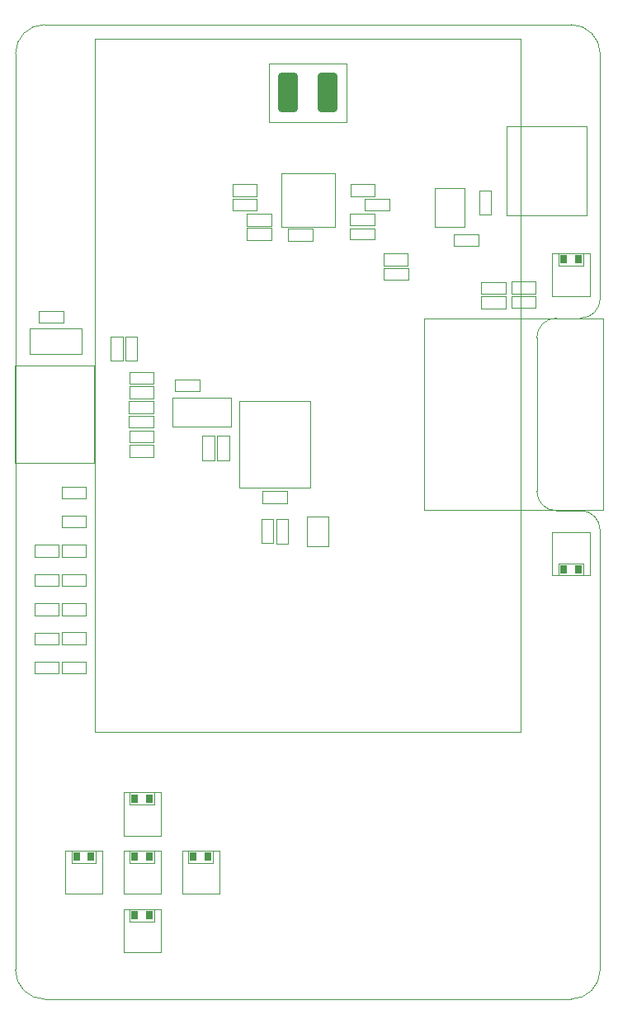
<source format=gbp>
G04*
G04 #@! TF.GenerationSoftware,Altium Limited,Altium Designer,22.10.1 (41)*
G04*
G04 Layer_Color=128*
%FSLAX44Y44*%
%MOMM*%
G71*
G04*
G04 #@! TF.SameCoordinates,9034F27D-8993-4B38-BF2F-AE75C4F05548*
G04*
G04*
G04 #@! TF.FilePolarity,Positive*
G04*
G01*
G75*
%ADD11C,0.1000*%
G04:AMPARAMS|DCode=13|XSize=0.7mm|YSize=0.9mm|CornerRadius=0.0875mm|HoleSize=0mm|Usage=FLASHONLY|Rotation=0.000|XOffset=0mm|YOffset=0mm|HoleType=Round|Shape=RoundedRectangle|*
%AMROUNDEDRECTD13*
21,1,0.7000,0.7250,0,0,0.0*
21,1,0.5250,0.9000,0,0,0.0*
1,1,0.1750,0.2625,-0.3625*
1,1,0.1750,-0.2625,-0.3625*
1,1,0.1750,-0.2625,0.3625*
1,1,0.1750,0.2625,0.3625*
%
%ADD13ROUNDEDRECTD13*%
G04:AMPARAMS|DCode=66|XSize=2mm|YSize=4mm|CornerRadius=0.25mm|HoleSize=0mm|Usage=FLASHONLY|Rotation=0.000|XOffset=0mm|YOffset=0mm|HoleType=Round|Shape=RoundedRectangle|*
%AMROUNDEDRECTD66*
21,1,2.0000,3.5000,0,0,0.0*
21,1,1.5000,4.0000,0,0,0.0*
1,1,0.5000,0.7500,-1.7500*
1,1,0.5000,-0.7500,-1.7500*
1,1,0.5000,-0.7500,1.7500*
1,1,0.5000,0.7500,1.7500*
%
%ADD66ROUNDEDRECTD66*%
D11*
X535000Y521250D02*
G03*
X555000Y501250I20000J0D01*
G01*
X555000Y698750D02*
G03*
X535000Y678750I0J-20000D01*
G01*
X600000Y481250D02*
G03*
X580000Y501250I-20000J0D01*
G01*
X580000Y698750D02*
G03*
X600000Y718750I0J20000D01*
G01*
X600000Y970000D02*
G03*
X570000Y1000000I-30000J0D01*
G01*
Y0D02*
G03*
X600000Y30000I0J30000D01*
G01*
X30000Y1000000D02*
G03*
X0Y970000I0J-30000D01*
G01*
Y30000D02*
G03*
X30000Y0I30000J0D01*
G01*
X535000Y521250D02*
Y678750D01*
X535000D01*
X555000Y501250D02*
X580000D01*
X555000Y698750D02*
X580000D01*
X600000Y30000D02*
Y481250D01*
X600000D01*
X600000Y718750D02*
Y970000D01*
X0Y30000D02*
Y970000D01*
X30000Y0D02*
X570000D01*
X30000Y1000000D02*
X570000D01*
X47373Y513872D02*
X72500D01*
X47373Y526001D02*
X72500D01*
Y513872D02*
Y526001D01*
X47373Y513872D02*
Y526001D01*
X19310Y453809D02*
Y466001D01*
X44500Y453809D02*
Y466001D01*
X19310D02*
X44500D01*
X19310Y453809D02*
X44500D01*
X19310Y423809D02*
Y436001D01*
X44500Y423809D02*
Y436001D01*
X19310D02*
X44500D01*
X19310Y423809D02*
X44500D01*
X19310Y393809D02*
Y406001D01*
X44500Y393809D02*
Y406001D01*
X19310D02*
X44500D01*
X19310Y393809D02*
X44500D01*
X44691Y333999D02*
Y346191D01*
X19500Y333999D02*
Y346191D01*
Y333999D02*
X44691D01*
X19500Y346191D02*
X44691D01*
Y363999D02*
Y376191D01*
X19500Y363999D02*
Y376191D01*
Y363999D02*
X44691D01*
X19500Y376191D02*
X44691D01*
X419310Y698316D02*
X603000D01*
X419310Y501875D02*
X603000D01*
Y698316D01*
X419310Y501875D02*
Y698316D01*
X488128Y804873D02*
Y830000D01*
X475999Y804873D02*
Y830000D01*
X488128D01*
X475999Y804873D02*
X488128D01*
X343400Y806128D02*
X368527D01*
X343400Y793999D02*
X368527D01*
X343400D02*
Y806128D01*
X368527Y793999D02*
Y806128D01*
X343400Y779500D02*
X368400D01*
X343400Y790500D02*
X368400D01*
Y779500D02*
Y790500D01*
X343400Y779500D02*
Y790500D01*
X378191Y750223D02*
X403127D01*
X378191Y737999D02*
X403127D01*
X378191D02*
Y750223D01*
X403127Y737999D02*
Y750223D01*
X237691Y791223D02*
X262627D01*
X237691Y778999D02*
X262627D01*
X237691D02*
Y791223D01*
X262627Y778999D02*
Y791223D01*
X47373Y453777D02*
Y466001D01*
X72309Y453777D02*
Y466001D01*
X47373D02*
X72309D01*
X47373Y453777D02*
X72309D01*
X47373Y393777D02*
Y406001D01*
X72309Y393777D02*
Y406001D01*
X47373D02*
X72309D01*
X47373Y393777D02*
X72309D01*
X327500Y792500D02*
Y847500D01*
X272500Y792500D02*
Y847500D01*
Y792500D02*
X327500D01*
X272500Y847500D02*
X327500D01*
X260000Y900000D02*
Y960000D01*
X340000Y900000D02*
Y960000D01*
X260000Y900000D02*
X340000D01*
X260000Y960000D02*
X340000D01*
X81500Y274500D02*
X518500D01*
X81500Y985500D02*
X518500D01*
X81500Y274500D02*
Y985500D01*
X518500Y274500D02*
Y985500D01*
X47373Y483777D02*
Y496001D01*
X72309Y483777D02*
Y496001D01*
X47373D02*
X72309D01*
X47373Y483777D02*
X72309D01*
X582627Y434872D02*
Y447001D01*
X557500Y434872D02*
Y447001D01*
X582627D01*
X557500Y434872D02*
X582627D01*
Y752872D02*
Y765001D01*
X557500Y752872D02*
Y765001D01*
X582627D01*
X557500Y752872D02*
X582627D01*
X229750Y525095D02*
X302500D01*
X229750Y614095D02*
X302500D01*
X229750Y525095D02*
Y614095D01*
X302500Y525095D02*
Y614095D01*
X189127Y623999D02*
Y636128D01*
X164000Y623999D02*
Y636128D01*
Y623999D02*
X189127D01*
X164000Y636128D02*
X189127D01*
X299000Y464500D02*
Y495500D01*
X321000Y464500D02*
Y495500D01*
X299000D02*
X321000D01*
X299000Y464500D02*
X321000D01*
X97999Y655000D02*
X110000D01*
X97999Y680000D02*
X110000D01*
X97999Y655000D02*
Y680000D01*
X110000Y655000D02*
Y680000D01*
X279873Y778372D02*
Y790501D01*
X305000Y778372D02*
Y790501D01*
X279873D02*
X305000D01*
X279873Y778372D02*
X305000D01*
X262627Y793499D02*
Y805628D01*
X237500Y793499D02*
Y805628D01*
Y793499D02*
X262627D01*
X237500Y805628D02*
X262627D01*
X449873Y772622D02*
Y784751D01*
X475000Y772622D02*
Y784751D01*
X449873D02*
X475000D01*
X449873Y772622D02*
X475000D01*
X82627Y139872D02*
Y152001D01*
X57500Y139872D02*
Y152001D01*
X82627D01*
X57500Y139872D02*
X82627D01*
X202627D02*
Y152001D01*
X177500Y139872D02*
Y152001D01*
X202627D01*
X177500Y139872D02*
X202627D01*
X142627D02*
Y152001D01*
X117500Y139872D02*
Y152001D01*
X142627D01*
X117500Y139872D02*
X142627D01*
Y199872D02*
Y212001D01*
X117500Y199872D02*
Y212001D01*
X142627D01*
X117500Y199872D02*
X142627D01*
Y79872D02*
Y92001D01*
X117500Y79872D02*
Y92001D01*
X142627D01*
X117500Y79872D02*
X142627D01*
X206999Y552643D02*
X219128D01*
X206999Y577770D02*
X219128D01*
X206999Y552643D02*
Y577770D01*
X219128Y552643D02*
Y577770D01*
X191999Y552643D02*
X204128D01*
X191999Y577770D02*
X204128D01*
X191999Y552643D02*
Y577770D01*
X204128Y552643D02*
Y577770D01*
X533927Y723999D02*
Y736128D01*
X508800Y723999D02*
Y736128D01*
Y723999D02*
X533927D01*
X508800Y736128D02*
X533927D01*
Y708999D02*
Y721128D01*
X508800Y708999D02*
Y721128D01*
Y708999D02*
X533927D01*
X508800Y721128D02*
X533927D01*
X477973Y708872D02*
Y721001D01*
X503100Y708872D02*
Y721001D01*
X477973D02*
X503100D01*
X477973Y708872D02*
X503100D01*
X141877Y571499D02*
Y583628D01*
X116750Y571499D02*
Y583628D01*
Y571499D02*
X141877D01*
X116750Y583628D02*
X141877D01*
Y616499D02*
Y628628D01*
X116750Y616499D02*
Y628628D01*
Y616499D02*
X141877D01*
X116750Y628628D02*
X141877D01*
X253623Y508872D02*
Y521001D01*
X278750Y508872D02*
Y521001D01*
X253623D02*
X278750D01*
X253623Y508872D02*
X278750D01*
X112872Y680127D02*
X125001D01*
X112872Y655000D02*
X125001D01*
Y680127D01*
X112872Y655000D02*
Y680127D01*
X430309Y832190D02*
X460500D01*
X430309Y792000D02*
X460500D01*
Y832190D01*
X430309Y792000D02*
Y832190D01*
X368527Y823999D02*
Y836223D01*
X343591Y823999D02*
Y836223D01*
Y823999D02*
X368527D01*
X343591Y836223D02*
X368527D01*
X247627Y808999D02*
Y821223D01*
X222691Y808999D02*
Y821223D01*
Y808999D02*
X247627D01*
X222691Y821223D02*
X247627D01*
X383527Y808999D02*
Y821223D01*
X358591Y808999D02*
Y821223D01*
Y808999D02*
X383527D01*
X358591Y821223D02*
X383527D01*
X247627Y823999D02*
Y836223D01*
X222691Y823999D02*
Y836223D01*
Y823999D02*
X247627D01*
X222691Y836223D02*
X247627D01*
X377873Y752777D02*
Y765001D01*
X402809Y752777D02*
Y765001D01*
X377873D02*
X402809D01*
X377873Y752777D02*
X402809D01*
X477973Y723777D02*
Y736001D01*
X502910Y723777D02*
Y736001D01*
X477973D02*
X502910D01*
X477973Y723777D02*
X502910D01*
X72627Y333999D02*
Y346223D01*
X47691Y333999D02*
Y346223D01*
Y333999D02*
X72627D01*
X47691Y346223D02*
X72627D01*
X116623Y586277D02*
Y598501D01*
X141559Y586277D02*
Y598501D01*
X116623D02*
X141559D01*
X116623Y586277D02*
X141559D01*
X116623Y601277D02*
Y613501D01*
X141559Y601277D02*
Y613501D01*
X116623D02*
X141559D01*
X116623Y601277D02*
X141559D01*
X141877Y556499D02*
Y568723D01*
X116941Y556499D02*
Y568723D01*
Y556499D02*
X141877D01*
X116941Y568723D02*
X141877D01*
X141627Y631499D02*
Y643723D01*
X116691Y631499D02*
Y643723D01*
Y631499D02*
X141627D01*
X116691Y643723D02*
X141627D01*
X24173Y693777D02*
Y706001D01*
X49110Y693777D02*
Y706001D01*
X24173D02*
X49110D01*
X24173Y693777D02*
X49110D01*
X72627Y363999D02*
Y376223D01*
X47691Y363999D02*
Y376223D01*
Y363999D02*
X72627D01*
X47691Y376223D02*
X72627D01*
X47373Y423777D02*
Y436001D01*
X72309Y423777D02*
Y436001D01*
X47373D02*
X72309D01*
X47373Y423777D02*
X72309D01*
X252527Y492627D02*
X264751D01*
X252527Y467691D02*
X264751D01*
Y492627D01*
X252527Y467691D02*
Y492627D01*
X267749Y467373D02*
X279973D01*
X267749Y492309D02*
X279973D01*
X267749Y467373D02*
Y492309D01*
X279973Y467373D02*
Y492309D01*
X-225Y650127D02*
X80775D01*
X-225Y550000D02*
X80775D01*
Y650127D01*
X-225Y550000D02*
Y650127D01*
X504000Y804000D02*
X586000D01*
X504000Y896000D02*
X586000D01*
X504000Y804000D02*
Y896000D01*
X586000Y804000D02*
Y896000D01*
X161000Y617500D02*
X221000D01*
X161000Y587500D02*
X221000D01*
Y617500D01*
X161000Y587500D02*
Y617500D01*
X551000Y720873D02*
X589127D01*
X551000Y765000D02*
X589127D01*
X551000Y720873D02*
Y765000D01*
X589127Y720873D02*
Y765000D01*
X551000Y434873D02*
X589127D01*
X551000Y479000D02*
X589127D01*
X551000Y434873D02*
Y479000D01*
X589127Y434873D02*
Y479000D01*
X51000Y107873D02*
X89127D01*
X51000Y152000D02*
X89127D01*
X51000Y107873D02*
Y152000D01*
X89127Y107873D02*
Y152000D01*
X171000Y107873D02*
X209127D01*
X171000Y152000D02*
X209127D01*
X171000Y107873D02*
Y152000D01*
X209127Y107873D02*
Y152000D01*
X111000Y107873D02*
X149127D01*
X111000Y152000D02*
X149127D01*
X111000Y107873D02*
Y152000D01*
X149127Y107873D02*
Y152000D01*
X111000Y167873D02*
X149127D01*
X111000Y212000D02*
X149127D01*
X111000Y167873D02*
Y212000D01*
X149127Y167873D02*
Y212000D01*
X111000Y47873D02*
X149127D01*
X111000Y92000D02*
X149127D01*
X111000Y47873D02*
Y92000D01*
X149127Y47873D02*
Y92000D01*
X14750Y688250D02*
X68375D01*
X14750Y661750D02*
X68375D01*
Y688250D01*
X14750Y661750D02*
Y688250D01*
D13*
X562500Y441000D02*
D03*
X577500D02*
D03*
X562500Y759000D02*
D03*
X577500D02*
D03*
X62500Y146000D02*
D03*
X77500D02*
D03*
X182500D02*
D03*
X197500D02*
D03*
X122500D02*
D03*
X137500D02*
D03*
X122500Y206000D02*
D03*
X137500D02*
D03*
X122500Y86000D02*
D03*
X137500D02*
D03*
D66*
X280000Y930000D02*
D03*
X320000D02*
D03*
M02*

</source>
